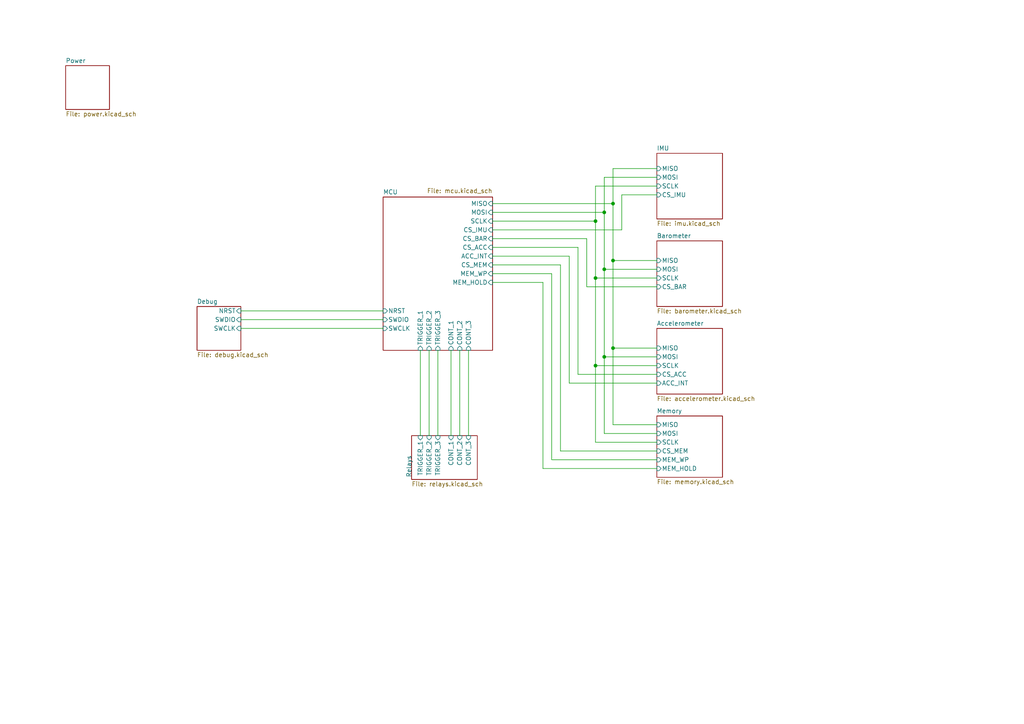
<source format=kicad_sch>
(kicad_sch (version 20211123) (generator eeschema)
  (paper "A4")
  (title_block (title "PAL 9000") (date "3/5/2022") (rev "2") (company "Purdue Space Program High Altitude"))
  (lib_symbols)
  (junction (at 177.8 100.965))
  (junction (at 175.26 103.505))
  (junction (at 172.72 80.645))
  (junction (at 177.8 75.565))
  (junction (at 172.72 106.045))
  (junction (at 172.72 64.135))
  (junction (at 177.8 59.055))
  (junction (at 175.26 78.105))
  (junction (at 175.26 61.595))
  (wire (pts (xy 142.875 59.055) (xy 177.8 59.055)))
  (wire (pts (xy 175.26 103.505) (xy 175.26 125.73)))
  (wire (pts (xy 190.5 135.89) (xy 157.48 135.89)))
  (wire (pts (xy 190.5 125.73) (xy 175.26 125.73)))
  (wire (pts (xy 121.92 101.6) (xy 121.92 126.365)))
  (wire (pts (xy 133.35 101.6) (xy 133.35 126.365)))
  (wire (pts (xy 142.875 64.135) (xy 172.72 64.135)))
  (wire (pts (xy 157.48 81.915) (xy 142.875 81.915)))
  (wire (pts (xy 69.85 95.25) (xy 111.125 95.25)))
  (wire (pts (xy 177.8 100.965) (xy 190.5 100.965)))
  (wire (pts (xy 162.56 76.835) (xy 142.875 76.835)))
  (wire (pts (xy 165.1 111.125) (xy 165.1 74.295)))
  (wire (pts (xy 172.72 106.045) (xy 190.5 106.045)))
  (wire (pts (xy 127 101.6) (xy 127 126.365)))
  (wire (pts (xy 175.26 78.105) (xy 175.26 103.505)))
  (wire (pts (xy 172.72 64.135) (xy 172.72 80.645)))
  (wire (pts (xy 177.8 48.895) (xy 190.5 48.895)))
  (wire (pts (xy 160.02 79.375) (xy 160.02 133.35)))
  (wire (pts (xy 162.56 130.81) (xy 162.56 76.835)))
  (wire (pts (xy 190.5 56.515) (xy 180.34 56.515)))
  (wire (pts (xy 175.26 51.435) (xy 190.5 51.435)))
  (wire (pts (xy 172.72 80.645) (xy 190.5 80.645)))
  (wire (pts (xy 135.89 101.6) (xy 135.89 126.365)))
  (wire (pts (xy 175.26 78.105) (xy 190.5 78.105)))
  (wire (pts (xy 172.72 80.645) (xy 172.72 106.045)))
  (wire (pts (xy 142.875 61.595) (xy 175.26 61.595)))
  (wire (pts (xy 180.34 66.675) (xy 180.34 56.515)))
  (wire (pts (xy 175.26 51.435) (xy 175.26 61.595)))
  (wire (pts (xy 172.72 53.975) (xy 172.72 64.135)))
  (wire (pts (xy 142.875 66.675) (xy 180.34 66.675)))
  (wire (pts (xy 124.46 101.6) (xy 124.46 126.365)))
  (wire (pts (xy 177.8 100.965) (xy 177.8 123.19)))
  (wire (pts (xy 170.18 69.215) (xy 170.18 83.185)))
  (wire (pts (xy 190.5 111.125) (xy 165.1 111.125)))
  (wire (pts (xy 172.72 53.975) (xy 190.5 53.975)))
  (wire (pts (xy 167.64 108.585) (xy 190.5 108.585)))
  (wire (pts (xy 177.8 59.055) (xy 177.8 48.895)))
  (wire (pts (xy 170.18 83.185) (xy 190.5 83.185)))
  (wire (pts (xy 157.48 81.915) (xy 157.48 135.89)))
  (wire (pts (xy 142.875 69.215) (xy 170.18 69.215)))
  (wire (pts (xy 190.5 128.27) (xy 172.72 128.27)))
  (wire (pts (xy 69.85 92.71) (xy 111.125 92.71)))
  (wire (pts (xy 190.5 123.19) (xy 177.8 123.19)))
  (wire (pts (xy 130.81 101.6) (xy 130.81 126.365)))
  (wire (pts (xy 175.26 61.595) (xy 175.26 78.105)))
  (wire (pts (xy 69.85 90.17) (xy 111.125 90.17)))
  (wire (pts (xy 172.72 106.045) (xy 172.72 128.27)))
  (wire (pts (xy 175.26 103.505) (xy 190.5 103.505)))
  (wire (pts (xy 165.1 74.295) (xy 142.875 74.295)))
  (wire (pts (xy 177.8 75.565) (xy 177.8 100.965)))
  (wire (pts (xy 177.8 75.565) (xy 190.5 75.565)))
  (wire (pts (xy 167.64 71.755) (xy 167.64 108.585)))
  (wire (pts (xy 177.8 59.055) (xy 177.8 75.565)))
  (wire (pts (xy 190.5 130.81) (xy 162.56 130.81)))
  (wire (pts (xy 190.5 133.35) (xy 160.02 133.35)))
  (wire (pts (xy 160.02 79.375) (xy 142.875 79.375)))
  (wire (pts (xy 142.875 71.755) (xy 167.64 71.755)))
  (sheet (at 190.5 95.25) (size 19.05 19.05) (stroke (width 0.1524))
    (property "Sheet name" "Accelerometer" (at 190.5 94.5384 0) (effects (justify left bottom)))
    (property "Sheet file" "accelerometer.kicad_sch" (at 190.5 114.8846 0) (effects (justify left top)))
    (pin "MISO" input (at 190.5 100.965 180))
    (pin "CS_ACC" input (at 190.5 108.585 180))
    (pin "MOSI" input (at 190.5 103.505 180))
    (pin "SCLK" input (at 190.5 106.045 180))
    (pin "ACC_INT" input (at 190.5 111.125 180))
  )
  (sheet (at 190.5 44.45) (size 19.05 19.05) (stroke (width 0.1524))
    (property "Sheet name" "IMU" (at 190.5 43.7384 0) (effects (justify left bottom)))
    (property "Sheet file" "imu.kicad_sch" (at 190.5 64.0846 0) (effects (justify left top)))
    (pin "MOSI" input (at 190.5 51.435 180))
    (pin "CS_IMU" input (at 190.5 56.515 180))
    (pin "SCLK" input (at 190.5 53.975 180))
    (pin "MISO" input (at 190.5 48.895 180))
  )
  (sheet (at 190.5 120.65) (size 19.05 17.78) (stroke (width 0.1524))
    (property "Sheet name" "Memory" (at 190.5 119.9384 0) (effects (justify left bottom)))
    (property "Sheet file" "memory.kicad_sch" (at 190.5 139.0146 0) (effects (justify left top)))
    (pin "SCLK" input (at 190.5 128.27 180))
    (pin "CS_MEM" input (at 190.5 130.81 180))
    (pin "MOSI" input (at 190.5 125.73 180))
    (pin "MISO" input (at 190.5 123.19 180))
    (pin "MEM_HOLD" input (at 190.5 135.89 180))
    (pin "MEM_WP" input (at 190.5 133.35 180))
  )
  (sheet (at 190.5 69.85) (size 19.05 19.05) (stroke (width 0.1524))
    (property "Sheet name" "Barometer" (at 190.5 69.1384 0) (effects (justify left bottom)))
    (property "Sheet file" "barometer.kicad_sch" (at 190.5 89.4846 0) (effects (justify left top)))
    (pin "MOSI" input (at 190.5 78.105 180))
    (pin "MISO" input (at 190.5 75.565 180))
    (pin "SCLK" input (at 190.5 80.645 180))
    (pin "CS_BAR" input (at 190.5 83.185 180))
  )
  (sheet (at 57.15 88.9) (size 12.7 12.7) (stroke (width 0.1524))
    (property "Sheet name" "Debug" (at 57.15 88.1884 0) (effects (justify left bottom)))
    (property "Sheet file" "debug.kicad_sch" (at 57.15 102.1846 0) (effects (justify left top)))
    (pin "NRST" input (at 69.85 90.17 0))
    (pin "SWCLK" input (at 69.85 95.25 0))
    (pin "SWDIO" input (at 69.85 92.71 0))
  )
  (sheet (at 19.05 19.05) (size 12.7 12.7) (stroke (width 0.1524))
    (property "Sheet name" "Power" (at 19.05 18.3384 0) (effects (justify left bottom)))
    (property "Sheet file" "power.kicad_sch" (at 19.05 32.3346 0) (effects (justify left top)))
  )
  (sheet (at 119.38 126.365) (size 19.05 12.7) (stroke (width 0.1524))
    (property "Sheet name" "Relays" (at 119.38 138.43 90) (effects (justify left bottom)))
    (property "Sheet file" "relays.kicad_sch" (at 119.38 139.6496 0) (effects (justify left top)))
    (pin "TRIGGER_1" input (at 121.92 126.365 90))
    (pin "CONT_2" input (at 133.35 126.365 90))
    (pin "TRIGGER_2" input (at 124.46 126.365 90))
    (pin "CONT_3" input (at 135.89 126.365 90))
    (pin "TRIGGER_3" input (at 127 126.365 90))
    (pin "CONT_1" input (at 130.81 126.365 90))
  )
  (sheet (at 111.125 57.15) (size 31.75 44.45) (stroke (width 0.1524))
    (property "Sheet name" "MCU" (at 111.125 56.4384 0) (effects (justify left bottom)))
    (property "Sheet file" "mcu.kicad_sch" (at 123.825 54.61 0) (effects (justify left top)))
    (pin "CS_BAR" input (at 142.875 69.215 0))
    (pin "CS_IMU" input (at 142.875 66.675 0))
    (pin "SCLK" input (at 142.875 64.135 0))
    (pin "MISO" input (at 142.875 59.055 0))
    (pin "MOSI" input (at 142.875 61.595 0))
    (pin "NRST" input (at 111.125 90.17 180))
    (pin "CS_ACC" input (at 142.875 71.755 0))
    (pin "CONT_2" input (at 133.35 101.6 270))
    (pin "CONT_3" input (at 135.89 101.6 270))
    (pin "TRIGGER_1" input (at 121.92 101.6 270))
    (pin "TRIGGER_2" input (at 124.46 101.6 270))
    (pin "TRIGGER_3" input (at 127 101.6 270))
    (pin "CONT_1" input (at 130.81 101.6 270))
    (pin "SWCLK" input (at 111.125 95.25 180))
    (pin "SWDIO" input (at 111.125 92.71 180))
    (pin "CS_MEM" input (at 142.875 76.835 0))
    (pin "MEM_HOLD" input (at 142.875 81.915 0))
    (pin "MEM_WP" input (at 142.875 79.375 0))
    (pin "ACC_INT" input (at 142.875 74.295 0))
  )
)
</source>
